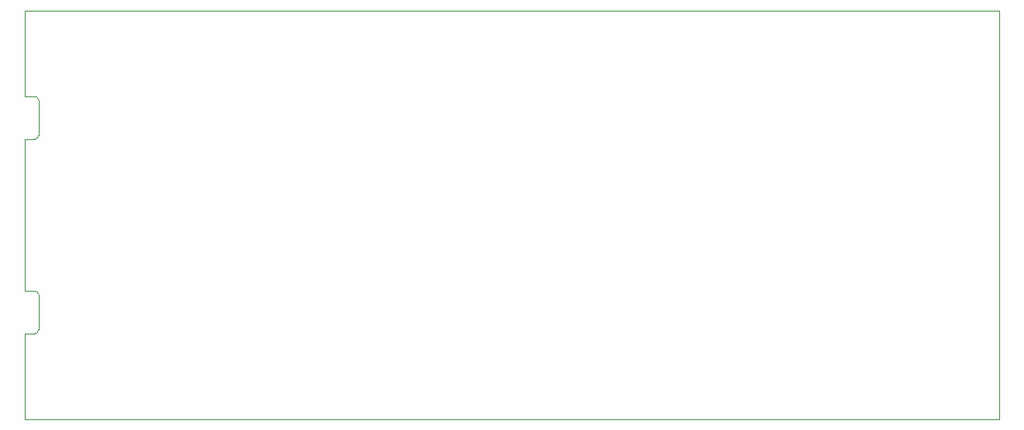
<source format=gbr>
%TF.GenerationSoftware,KiCad,Pcbnew,(6.0.5)*%
%TF.CreationDate,2023-03-15T21:31:39+00:00*%
%TF.ProjectId,XiaoMIDIInterface,5869616f-4d49-4444-9949-6e7465726661,rev?*%
%TF.SameCoordinates,Original*%
%TF.FileFunction,Profile,NP*%
%FSLAX46Y46*%
G04 Gerber Fmt 4.6, Leading zero omitted, Abs format (unit mm)*
G04 Created by KiCad (PCBNEW (6.0.5)) date 2023-03-15 21:31:39*
%MOMM*%
%LPD*%
G01*
G04 APERTURE LIST*
%TA.AperFunction,Profile*%
%ADD10C,0.100000*%
%TD*%
%TA.AperFunction,Profile*%
%ADD11C,0.120000*%
%TD*%
G04 APERTURE END LIST*
D10*
X60500000Y-67500000D02*
X60500000Y-60500000D01*
X60500000Y-47500000D02*
X60500000Y-43000000D01*
X160500000Y-43000000D02*
X160500000Y-85000000D01*
X60500000Y-85000000D02*
X60500000Y-80500000D01*
X60500000Y-43000000D02*
X160500000Y-43000000D01*
X160500000Y-85000000D02*
X60500000Y-85000000D01*
D11*
%TO.C,J6*%
X60500000Y-71800000D02*
X60500000Y-67500000D01*
X61500000Y-76200000D02*
X60500000Y-76200000D01*
X61900000Y-75800000D02*
X61900000Y-72200000D01*
X61500000Y-71800000D02*
X60500000Y-71800000D01*
X60500000Y-76200000D02*
X60500000Y-80500000D01*
X61900000Y-72200000D02*
G75*
G03*
X61500000Y-71800000I-400002J-2D01*
G01*
X61500000Y-76200000D02*
G75*
G03*
X61900000Y-75800000I0J400000D01*
G01*
%TO.C,J5*%
X61500000Y-56200000D02*
X60500000Y-56200000D01*
X61900000Y-55800000D02*
X61900000Y-52200000D01*
X61500000Y-51800000D02*
X60500000Y-51800000D01*
X60500000Y-51800000D02*
X60500000Y-47500000D01*
X60500000Y-56200000D02*
X60500000Y-60500000D01*
X61500000Y-56200000D02*
G75*
G03*
X61900000Y-55800000I0J400000D01*
G01*
X61900000Y-52200000D02*
G75*
G03*
X61500000Y-51800000I-400002J-2D01*
G01*
%TD*%
M02*

</source>
